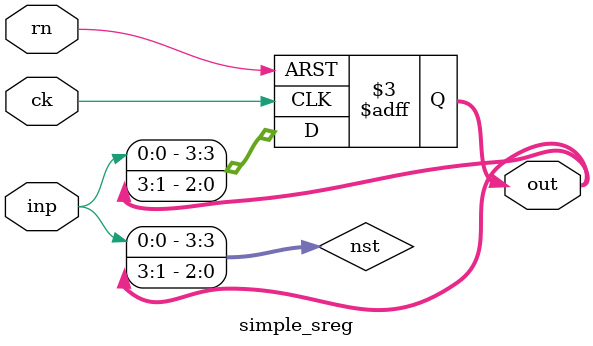
<source format=v>
module simple_sreg ( inp , out , ck , rn ) ;

parameter N = 4;

input inp, ck, rn ;
output [N-1:0] out ;
reg [N-1:0] out ;
wire [N-1:0] nst ;

// her zaman girdiyi kütüðün msbitini (sol) bir bit kaydýr
assign nst = { inp , out[N-1:1] } ; // {} = concatenation
// hafýzayý tanýmla (sonraki durum ile þimdiki durum arasýndaki iletiþim)

always @ ( posedge ck or negedge rn )
if ( !rn ) out <= 0 ;
else out <= nst ;

endmodule


</source>
